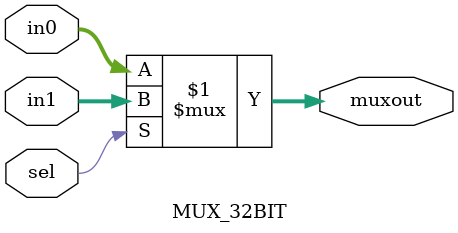
<source format=v>
`timescale 1ns / 1ps
module MUX_32BIT (
    input [31:0] in0,    // 16-bit input 0
    input [31:0] in1,    // 16-bit input 1
    input sel,           // Select signal (1 bit)
    output [31:0] muxout    // 16-bit output
);

    // Assign output based on select signal
    assign muxout = sel ? in1 : in0;

endmodule


</source>
